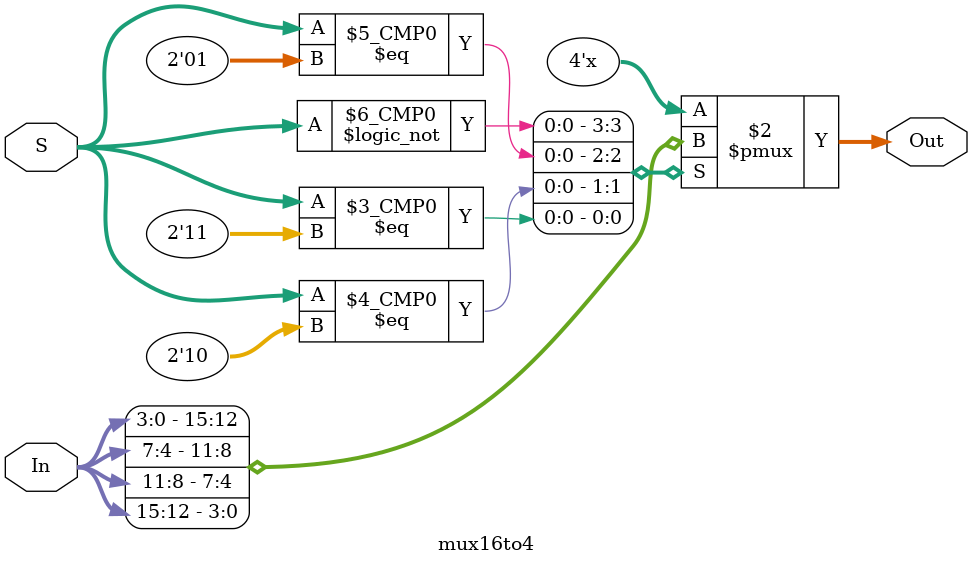
<source format=sv>
module mux16to4 (input [15:0] In,
					  input [1:0] S,
					  output logic [3:0] Out);
	
	
	
	always_comb
begin
	
	case (S)
		2'b00 : 	Out = In[3:0];
		2'b01 : 	Out = In[7:4];
		2'b10 : 	Out = In[11:8];
		2'b11 : 	Out = In[15:12];
		default: Out = 'bX;
	endcase
end

endmodule
</source>
